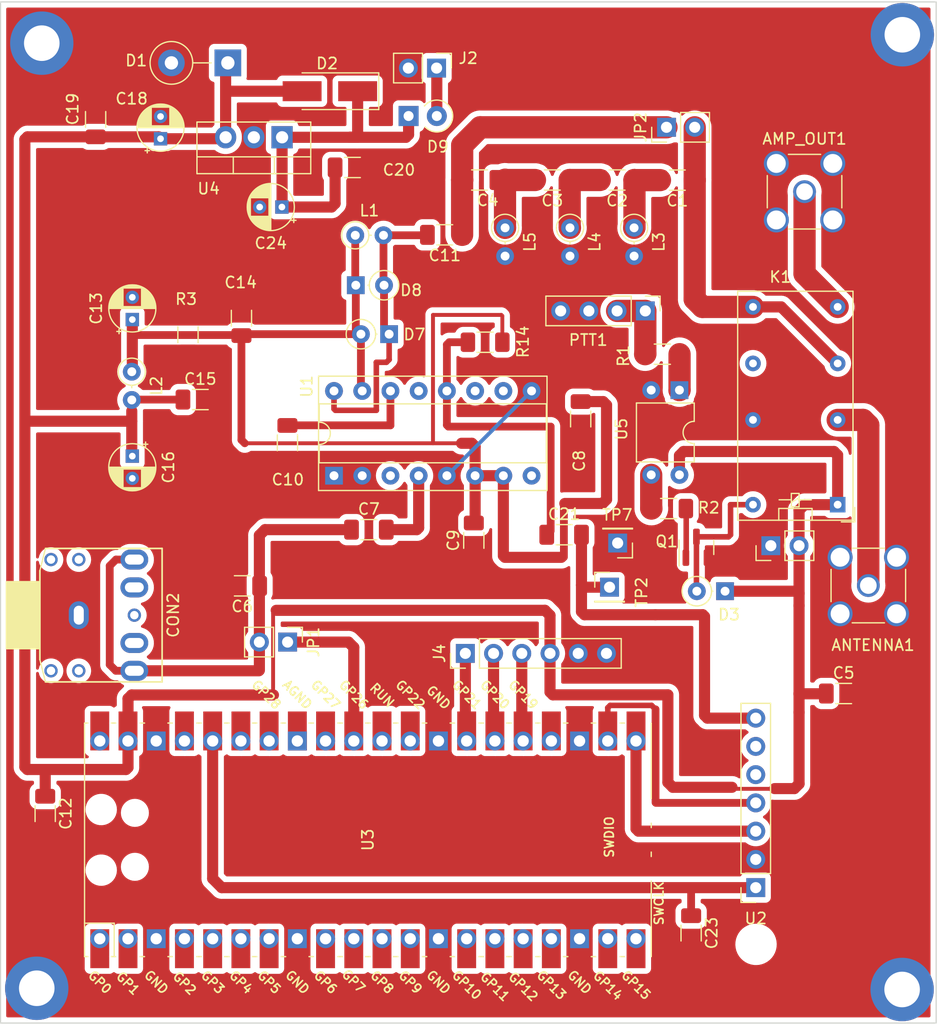
<source format=kicad_pcb>
(kicad_pcb (version 20211014) (generator pcbnew)
  (layers (0 "F.Cu" signal) (31 "B.Cu" signal) (34 "B.Paste" user) (35 "F.Paste" user) (36 "B.SilkS" user "B.Silkscreen") (37 "F.SilkS" user "F.Silkscreen") (38 "B.Mask" user) (39 "F.Mask" user) (44 "Edge.Cuts" user))
  (net 0 "")
  (net 1 "GNDPWR")
  (net 2 "RXB")
  (net 3 "RXA")
  (net 4 "Net-(C11-Pad2)")
  (net 5 "Net-(C11-Pad1)")
  (net 6 "+3V3")
  (net 7 "RX_OSC")
  (net 8 "Net-(C21-Pad1)")
  (net 9 "Net-(D9-Pad2)")
  (net 11 "SCL")
  (net 12 "SDA")
  (net 13 "Net-(C13-Pad1)")
  (net 14 "Net-(C10-Pad2)")
  (net 39 "Net-(J4-Pad1)")
  (net 40 "Net-(J4-Pad2)")
  (net 41 "Net-(J4-Pad3)")
  (net 50 "+5V")
  (net 51 "Net-(C20-Pad1)")
  (net 52 "Net-(JP1-Pad1)")
  (net 53 "Net-(C1-Pad2)")
  (net 54 "Net-(C2-Pad2)")
  (net 55 "Net-(C3-Pad2)")
  (net 57 "Net-(PTT1-Pad1)")
  (net 58 "Net-(R1-Pad2)")
  (net 59 "Net-(ANTENNA1-Pad1)")
  (net 60 "RX")
  (net 61 "TX")
  (net 62 "Net-(D3-Pad2)")
  (net 64 "Net-(R2-Pad1)")
  (net 65 "Net-(Q1-Pad1)")
  (footprint "MountingHole:MountingHole_3.2mm_M3_ISO7380_Pad" (layer "F.Cu") (at 173.928 129.024)
    (fp_text reference "H1" hide)
    (fp_text value "MountingHole_Pad" hide)
  )
  (footprint "MountingHole:MountingHole_3.2mm_M3_ISO7380_Pad" (layer "F.Cu") (at 173.948 43.184)
    (fp_text reference "H2" hide)
    (fp_text value "MountingHole_Pad" hide)
  )
  (footprint "MountingHole:MountingHole_3.2mm_M3_ISO7380_Pad" (layer "F.Cu") (at 96.048 128.914)
    (fp_text reference "H3" hide)
    (fp_text value "MountingHole_Pad" hide)
  )
  (footprint "MountingHole:MountingHole_3.2mm_M3_ISO7380_Pad" (layer "F.Cu") (at 96.5 43.94)
    (fp_text reference "H4" hide)
    (fp_text value "MountingHole_Pad" hide)
  )
  (footprint "Connector_PinHeader_2.54mm:PinHeader_1x02_P2.54mm_Vertical" (layer "F.Cu") (at 132.032 46.18 -90)
    (fp_text reference "J2")
    (fp_text value "12v (Max 19v)" hide)
  )
  (footprint "Package_DIP:DIP-16_W7.62mm_Socket" (layer "F.Cu") (at 122.8 82.83 90)
    (fp_text reference "U1")
    (fp_text value "CD2003GB_GP" hide)
  )
  (footprint "Connector_PinSocket_2.54mm:PinSocket_1x07_P2.54mm_Vertical" (layer "F.Cu") (at 160.757 119.868 180)
    (fp_text reference "U2")
    (fp_text value "SI535X_Module")
  )
  (footprint "Capacitor_SMD:C_1206_3216Metric_Pad1.33x1.80mm_HandSolder" (layer "F.Cu") (at 114.5455 92.734 180)
    (fp_text reference "C6")
    (fp_text value "100nF" hide)
  )
  (footprint "Capacitor_SMD:C_1206_3216Metric_Pad1.33x1.80mm_HandSolder" (layer "F.Cu") (at 154.94 123.952 -90)
    (fp_text reference "C23")
    (fp_text value "100nF" hide)
  )
  (footprint "Capacitor_THT:CP_Radial_D4.0mm_P2.00mm" (layer "F.Cu") (at 107.188 52.534599 90)
    (fp_text reference "C18")
    (fp_text value "10uF/16V" hide)
  )
  (footprint "Capacitor_SMD:C_1206_3216Metric_Pad1.33x1.80mm_HandSolder" (layer "F.Cu") (at 101.346 50.8 90)
    (fp_text reference "C19")
    (fp_text value "100nF" hide)
  )
  (footprint "Capacitor_SMD:C_1206_3216Metric_Pad1.33x1.80mm_HandSolder" (layer "F.Cu") (at 124.46 55.118)
    (fp_text reference "C20")
    (fp_text value "100nF" hide)
  )
  (footprint "Capacitor_THT:CP_Radial_D4.0mm_P2.00mm" (layer "F.Cu") (at 118.11 58.674 180)
    (fp_text reference "C24")
    (fp_text value "100uF/16V" hide)
  )
  (footprint "Capacitor_SMD:C_1206_3216Metric_Pad1.33x1.80mm_HandSolder" (layer "F.Cu") (at 132.768 61.174 180)
    (fp_text reference "C11")
    (fp_text value "680pF" hide)
  )
  (footprint "Capacitor_SMD:C_1206_3216Metric_Pad1.33x1.80mm_HandSolder" (layer "F.Cu") (at 118.608 79.874 90)
    (fp_text reference "C10")
    (fp_text value "100nF" hide)
  )
  (footprint "Capacitor_SMD:C_1206_3216Metric_Pad1.33x1.80mm_HandSolder" (layer "F.Cu") (at 145 77.73 90)
    (fp_text reference "C8")
    (fp_text value "100nF" hide)
  )
  (footprint "Capacitor_SMD:C_1206_3216Metric_Pad1.33x1.80mm_HandSolder" (layer "F.Cu") (at 143.51 88.138)
    (fp_text reference "C21")
    (fp_text value "100nF" hide)
  )
  (footprint "Capacitor_SMD:C_1206_3216Metric_Pad1.33x1.80mm_HandSolder" (layer "F.Cu") (at 135.382 88.646 90)
    (fp_text reference "C9")
    (fp_text value "100nF" hide)
  )
  (footprint "Capacitor_THT:CP_Radial_D4.0mm_P2.00mm" (layer "F.Cu") (at 104.648 68.790599 90)
    (fp_text reference "C13")
    (fp_text value "10uF/16V" hide)
  )
  (footprint "Capacitor_SMD:C_1206_3216Metric_Pad1.33x1.80mm_HandSolder" (layer "F.Cu") (at 114.47 68.67 90)
    (fp_text reference "C14")
    (fp_text value "100nF" hide)
  )
  (footprint "Capacitor_SMD:C_1206_3216Metric_Pad1.33x1.80mm_HandSolder" (layer "F.Cu") (at 110.768 75.984)
    (fp_text reference "C15")
    (fp_text value "100nF" hide)
  )
  (footprint "Capacitor_THT:CP_Radial_D4.0mm_P2.00mm" (layer "F.Cu") (at 104.648 81.069401 -90)
    (fp_text reference "C16")
    (fp_text value "100uF/16V")
  )
  (footprint "Diode_THT:D_DO-35_SOD27_P2.54mm_Vertical_KathodeUp" (layer "F.Cu") (at 127.762 70.104 180)
    (fp_text reference "D7")
    (fp_text value "1N4148" hide)
  )
  (footprint "Diode_THT:D_DO-35_SOD27_P2.54mm_Vertical_KathodeUp" (layer "F.Cu") (at 124.762 65.704)
    (fp_text reference "D8")
    (fp_text value "1N4148" hide)
  )
  (footprint "Diode_THT:D_A-405_P2.54mm_Vertical_KathodeUp" (layer "F.Cu") (at 129.512 50.49)
    (fp_text reference "D9")
    (fp_text value "1N5817" hide)
  )
  (footprint "Inductor_THT:L_Axial_L5.3mm_D2.2mm_P2.54mm_Vertical_Vishay_IM-1" (layer "F.Cu") (at 104.6 73.48 -90)
    (fp_text reference "L2")
    (fp_text value "100uH")
  )
  (footprint "Inductor_THT:L_Axial_L5.3mm_D2.2mm_P2.54mm_Vertical_Vishay_IM-1" (layer "F.Cu") (at 124.714 61.214)
    (fp_text reference "L1")
    (fp_text value "1uH")
  )
  (footprint "Resistor_SMD:R_1206_3216Metric_Pad1.30x1.75mm_HandSolder" (layer "F.Cu") (at 136.4 70.83)
    (fp_text reference "R14")
    (fp_text value "100" hide)
  )
  (footprint "Connector_PinHeader_2.54mm:PinHeader_1x01_P2.54mm_Vertical" (layer "F.Cu") (at 147.598 92.854)
    (fp_text reference "TP2")
    (fp_text value "CLK1" hide)
  )
  (footprint "Connector_PinHeader_2.54mm:PinHeader_1x01_P2.54mm_Vertical" (layer "F.Cu") (at 148.328 88.884 180)
    (fp_text reference "TP7")
    (fp_text value "GND" hide)
  )
  (footprint "Relay_THT:Relay_DPDT_Omron_G5V-2" (layer "F.Cu") (at 168.128 85.434 180)
    (fp_text reference "K1")
    (fp_text value "Omron G5V-2 / OEN 46-05-2C" hide)
  )
  (footprint "Package_DIP:DIP-4_W7.62mm" (layer "F.Cu") (at 153.888 75.134 -90)
    (fp_text reference "U5")
    (fp_text value "EL817 (OC)" hide)
  )
  (footprint "Capacitor_SMD:C_1206_3216Metric_Pad1.33x1.80mm_HandSolder" (layer "F.Cu") (at 96.808 113.214 -90)
    (fp_text reference "C12")
    (fp_text value "100nF" hide)
  )
  (footprint "Capacitor_SMD:C_1206_3216Metric_Pad1.33x1.80mm_HandSolder" (layer "F.Cu") (at 153.698 56.254 180)
    (fp_text reference "C1")
    (fp_text value "2.2nF" hide)
  )
  (footprint "Connector_Coaxial:SMA_Amphenol_901-144_Vertical" (layer "F.Cu") (at 170.888 92.704)
    (fp_text reference "ANTENNA1")
    (fp_text value "SMA" hide)
  )
  (footprint "Resistor_SMD:R_1206_3216Metric_Pad1.30x1.75mm_HandSolder" (layer "F.Cu") (at 152.918 85.784)
    (fp_text reference "R2")
    (fp_text value "120" hide)
  )
  (footprint "Connector_PinHeader_2.54mm:PinHeader_1x04_P2.54mm_Vertical" (layer "F.Cu") (at 150.818 68.014 -90)
    (fp_text reference "PTT1")
    (fp_text value "GPIO (3.3v)" hide)
  )
  (footprint "MountingHole:MountingHole_2.7mm_M2.5" (layer "F.Cu") (at 160.782 124.968 90)
    (fp_text reference "S1" hide)
    (fp_text value "MountingHole" hide)
  )
  (footprint "Resistor_SMD:R_1206_3216Metric_Pad1.30x1.75mm_HandSolder" (layer "F.Cu") (at 152.348 71.904)
    (fp_text reference "R1")
    (fp_text value "470" hide)
  )
  (footprint "Diode_THT:D_DO-35_SOD27_P2.54mm_Vertical_KathodeUp" (layer "F.Cu") (at 157.993686 93.214 180)
    (fp_text reference "D3")
    (fp_text value "1N4148" hide)
  )
  (footprint "Connector_PinHeader_2.54mm:PinHeader_1x02_P2.54mm_Vertical" (layer "F.Cu") (at 118.623 97.79 -90)
    (fp_text reference "JP1")
    (fp_text value "Jumper_2_Open" hide)
  )
  (footprint "Connector_Coaxial:SMA_Amphenol_901-144_Vertical" (layer "F.Cu") (at 165.148 57.294)
    (fp_text reference "AMP_OUT1")
    (fp_text value "SMA" hide)
  )
  (footprint "Capacitor_SMD:C_1206_3216Metric_Pad1.33x1.80mm_HandSolder" (layer "F.Cu") (at 168.668 102.414)
    (fp_text reference "C5")
    (fp_text value "100nF" hide)
  )
  (footprint "Inductor_THT:L_Axial_L5.3mm_D2.2mm_P2.54mm_Vertical_Vishay_IM-1" (layer "F.Cu") (at 138.198 60.544 -90)
    (fp_text reference "L5")
    (fp_text value "2.2uH" hide)
  )
  (footprint "Inductor_THT:L_Axial_L5.3mm_D2.2mm_P2.54mm_Vertical_Vishay_IM-1" (layer "F.Cu") (at 149.808 60.544 -90)
    (fp_text reference "L3")
    (fp_text value "2.2uH" hide)
  )
  (footprint "Connector_PinHeader_2.54mm:PinHeader_1x02_P2.54mm_Vertical" (layer "F.Cu") (at 152.723 51.504 90)
    (fp_text reference "JP2")
    (fp_text value "Filter-Skip")
  )
  (footprint "Diode_SMD:D_SMA_Handsoldering" (layer "F.Cu") (at 122.428 48.26 180)
    (fp_text reference "D2")
    (fp_text value "1N4001" hide)
  )
  (footprint "Inductor_THT:L_Axial_L5.3mm_D2.2mm_P2.54mm_Vertical_Vishay_IM-1" (layer "F.Cu") (at 144.038 60.544 -90)
    (fp_text reference "L4")
    (fp_text value "2.2uH" hide)
  )
  (footprint "Package_TO_SOT_THT:TO-220-3_Vertical" (layer "F.Cu") (at 118.126 52.402 180)
    (fp_text reference "U4")
    (fp_text value "CDIL_7805_TO220" hide)
  )
  (footprint "Connector_PinHeader_2.54mm:PinHeader_1x06_P2.54mm_Vertical" (layer "F.Cu") (at 134.62 98.806 90)
    (fp_text reference "J4")
    (fp_text value "IO")
  )
  (footprint "Capacitor_SMD:C_1206_3216Metric_Pad1.33x1.80mm_HandSolder" (layer "F.Cu") (at 142.448 56.244 180)
    (fp_text reference "C3")
    (fp_text value "820" hide)
  )
  (footprint "Capacitor_SMD:C_1206_3216Metric_Pad1.33x1.80mm_HandSolder" (layer "F.Cu") (at 125.9375 87.68)
    (fp_text reference "C7")
    (fp_text value "470nF" hide)
  )
  (footprint "Connector_PinHeader_2.54mm:PinHeader_1x02_P2.54mm_Vertical" (layer "F.Cu") (at 162.113 89.124 90)
    (fp_text reference "RELAY_POWER1" hide)
    (fp_text value "RelayPower1" hide)
  )
  (footprint "Diode_THT:D_DO-15_P5.08mm_Vertical_KathodeUp" (layer "F.Cu") (at 113.246 45.712 180)
    (fp_text reference "D1")
    (fp_text value "5.6V 5W" hide)
  )
  (footprint "Package_TO_SOT_SMD:SOT-23" (layer "F.Cu") (at 155.418 89.264 90)
    (fp_text reference "Q1")
    (fp_text value "MMBT3904" hide)
  )
  (footprint "Capacitor_SMD:C_1206_3216Metric_Pad1.33x1.80mm_HandSolder" (layer "F.Cu") (at 135.898 56.244 180)
    (fp_text reference "C4")
    (fp_text value "2.2nF" hide)
  )
  (footprint "MountingHole:MountingHole_2.7mm_M2.5" (layer "F.Cu") (at 160.772 99.628 90)
    (fp_text reference "S2" hide)
    (fp_text value "MountingHole" hide)
  )
  (footprint "Capacitor_SMD:C_1206_3216Metric_Pad1.33x1.80mm_HandSolder" (layer "F.Cu") (at 148.278 56.244 180)
    (fp_text reference "C2")
    (fp_text value "820" hide)
  )
  (footprint "footprints:RPi_Pico_SMD_TH" (layer "F.Cu") (at 125.85 115.57 90)
    (fp_text reference "U3")
    (fp_text value "Pico")
  )
  (footprint "footprints:PJ-307" (layer "F.Cu") (at 102.83 95.37)
    (fp_text reference "CON2")
    (fp_text value "MIC")
  )
  (footprint "Resistor_SMD:R_1206_3216Metric_Pad1.30x1.75mm_HandSolder" (layer "F.Cu") (at 109.658 70.154 90)
    (fp_text reference "R3")
    (fp_text value "0" hide)
  )
  (gr_rect (start 92.79 40.23) (end 176.99 132.04) (layer "Edge.Cuts") (width 0.1) (fill none))
  (segment (start 112.6615 76.02) (end 112.7375 76.096) (width 0.25) (layer "F.Cu") (net 1))
  (segment (start 140.58 75.21) (end 132.96 82.83) (width 0.35) (layer "B.Cu") (net 1))
  (segment (start 116.083 97.79) (end 116.083 100.325) (width 1) (layer "F.Cu") (net 2))
  (segment (start 116.083 97.79) (end 116.083 88.189) (width 1) (layer "F.Cu") (net 2))
  (segment (start 102.616 90.932) (end 103.178 90.37) (width 0.7) (layer "F.Cu") (net 2))
  (segment (start 102.616 99.822) (end 102.616 90.932) (width 0.7) (layer "F.Cu") (net 2))
  (segment (start 116.083 88.189) (end 116.592 87.68) (width 1) (layer "F.Cu") (net 2))
  (segment (start 103.164 100.37) (end 102.616 99.822) (width 0.7) (layer "F.Cu") (net 2))
  (segment (start 105.1 99.71) (end 105.76 100.37) (width 0.25) (layer "F.Cu") (net 2))
  (segment (start 104.83 100.37) (end 103.164 100.37) (width 0.7) (layer "F.Cu") (net 2))
  (segment (start 116.083 100.325) (end 116.038 100.37) (width 0.25) (layer "F.Cu") (net 2))
  (segment (start 116.038 100.37) (end 104.83 100.37) (width 1) (layer "F.Cu") (net 2))
  (segment (start 103.178 90.37) (end 104.83 90.37) (width 0.7) (layer "F.Cu") (net 2))
  (segment (start 116.592 87.68) (end 124.375 87.68) (width 1) (layer "F.Cu") (net 2))
  (segment (start 130.252 87.68) (end 130.42 87.512) (width 1) (layer "F.Cu") (net 3))
  (segment (start 130.42 87.512) (end 130.42 82.83) (width 1) (layer "F.Cu") (net 3))
  (segment (start 127.5 87.68) (end 130.252 87.68) (width 1) (layer "F.Cu") (net 3))
  (segment (start 126.608 76.953) (end 122.927 76.953) (width 0.5) (layer "F.Cu") (net 4))
  (segment (start 126.608 76.953) (end 126.608 72.635) (width 0.5) (layer "F.Cu") (net 4))
  (segment (start 127.517 72.635) (end 127.762 72.39) (width 0.5) (layer "F.Cu") (net 4))
  (segment (start 131.1655 61.214) (end 131.2055 61.174) (width 0.7) (layer "F.Cu") (net 4))
  (segment (start 127.302 65.704) (end 127.302 69.644) (width 0.7) (layer "F.Cu") (net 4))
  (segment (start 127.254 65.656) (end 127.302 65.704) (width 0.7) (layer "F.Cu") (net 4))
  (segment (start 122.8 76.826) (end 122.8 75.21) (width 0.5) (layer "F.Cu") (net 4))
  (segment (start 127.254 61.214) (end 131.1655 61.214) (width 0.7) (layer "F.Cu") (net 4))
  (segment (start 122.936 76.962) (end 126.492 76.962) (width 0.25) (layer "F.Cu") (net 4))
  (segment (start 122.927 76.953) (end 122.8 76.826) (width 0.5) (layer "F.Cu") (net 4))
  (segment (start 127.302 69.644) (end 127.762 70.104) (width 0.7) (layer "F.Cu") (net 4))
  (segment (start 127.762 72.39) (end 127.762 70.104) (width 0.5) (layer "F.Cu") (net 4))
  (segment (start 127.254 61.214) (end 127.254 65.656) (width 0.7) (layer "F.Cu") (net 4))
  (segment (start 126.608 72.635) (end 127.517 72.635) (width 0.5) (layer "F.Cu") (net 4))
  (segment (start 134.3355 53.1265) (end 135.958 51.504) (width 2) (layer "F.Cu") (net 5))
  (segment (start 134.3305 61.174) (end 134.3305 56.249) (width 2) (layer "F.Cu") (net 5))
  (segment (start 135.958 51.504) (end 152.723 51.504) (width 2) (layer "F.Cu") (net 5))
  (segment (start 134.3355 56.244) (end 134.3355 53.1265) (width 2) (layer "F.Cu") (net 5))
  (segment (start 134.3305 56.249) (end 134.3355 56.244) (width 2) (layer "F.Cu") (net 5))
  (segment (start 155.852 119.784) (end 154.836 119.784) (width 0.5) (layer "F.Cu") (net 6))
  (segment (start 111.88 119.056) (end 112.692 119.868) (width 1) (layer "F.Cu") (net 6))
  (segment (start 111.88 106.68) (end 111.88 119.056) (width 1) (layer "F.Cu") (net 6))
  (segment (start 112.692 119.868) (end 160.757 119.868) (width 1) (layer "F.Cu") (net 6))
  (segment (start 154.94 119.888) (end 154.836 119.784) (width 0.25) (layer "F.Cu") (net 6))
  (segment (start 154.94 122.3895) (end 154.94 119.888) (width 0.7) (layer "F.Cu") (net 6))
  (segment (start 160.724 119.784) (end 155.852 119.784) (width 0.5) (layer "F.Cu") (net 6))
  (segment (start 145.258 92.854) (end 147.598 92.854) (width 1) (layer "F.Cu") (net 7))
  (segment (start 145.0725 95.0585) (end 145.0725 92.6685) (width 1) (layer "F.Cu") (net 7))
  (segment (start 151.72 95.33) (end 145.344 95.33) (width 1) (layer "F.Cu") (net 7))
  (segment (start 160.757 104.628) (end 156.402 104.628) (width 1) (layer "F.Cu") (net 7))
  (segment (start 156.148 104.374) (end 156.148 95.494) (width 1) (layer "F.Cu") (net 7))
  (segment (start 145.344 95.33) (end 145.0725 95.0585) (width 1) (layer "F.Cu") (net 7))
  (segment (start 145.0725 92.6685) (end 145.258 92.854) (width 1) (layer "F.Cu") (net 7))
  (segment (start 145.0725 92.6685) (end 145.0725 88.138) (width 1) (layer "F.Cu") (net 7))
  (segment (start 156.148 95.494) (end 155.984 95.33) (width 1) (layer "F.Cu") (net 7))
  (segment (start 156.402 104.628) (end 156.148 104.374) (width 1) (layer "F.Cu") (net 7))
  (segment (start 155.984 95.33) (end 151.72 95.33) (width 1) (layer "F.Cu") (net 7))
  (segment (start 142.298 78.414) (end 142.298 87.7875) (width 0.7) (layer "F.Cu") (net 8))
  (segment (start 132.96 75.21) (end 132.96 71.042) (width 0.7) (layer "F.Cu") (net 8))
  (segment (start 142.298 87.7875) (end 141.9475 88.138) (width 0.7) (layer "F.Cu") (net 8))
  (segment (start 133.098 78.414) (end 142.298 78.414) (width 0.7) (layer "F.Cu") (net 8))
  (segment (start 132.96 78.276) (end 133.098 78.414) (width 0.7) (layer "F.Cu") (net 8))
  (segment (start 132.96 71.042) (end 133.172 70.83) (width 0.7) (layer "F.Cu") (net 8))
  (segment (start 133.172 70.83) (end 134.85 70.83) (width 0.7) (layer "F.Cu") (net 8))
  (segment (start 132.96 75.21) (end 132.96 78.276) (width 0.7) (layer "F.Cu") (net 8))
  (segment (start 132.052 46.478) (end 132.052 50.49) (width 1) (layer "F.Cu") (net 9))
  (segment (start 132.042 46.18) (end 132.196 46.334) (width 1) (layer "F.Cu") (net 9))
  (segment (start 132.032 46.18) (end 132.042 46.18) (width 1) (layer "F.Cu") (net 9))
  (segment (start 132.196 46.334) (end 132.052 46.478) (width 1) (layer "F.Cu") (net 9))
  (segment (start 147.44 106.68) (end 147.44 103.692) (width 0.5) (layer "F.Cu") (net 11))
  (segment (start 151.738 103.834) (end 151.738 112.214) (width 0.7) (layer "F.Cu") (net 11))
  (segment (start 147.648 103.484) (end 151.388 103.484) (width 0.5) (layer "F.Cu") (net 11))
  (segment (start 151.772 112.248) (end 160.757 112.248) (width 0.7) (layer "F.Cu") (net 11))
  (segment (start 151.738 112.214) (end 151.772 112.248) (width 0.25) (layer "F.Cu") (net 11))
  (segment (start 147.44 103.692) (end 147.648 103.484) (width 0.5) (layer "F.Cu") (net 11))
  (segment (start 151.388 103.484) (end 151.738 103.834) (width 0.5) (layer "F.Cu") (net 11))
  (segment (start 149.98 114.566) (end 150.202 114.788) (width 1) (layer "F.Cu") (net 12))
  (segment (start 149.98 106.68) (end 149.98 114.566) (width 1) (layer "F.Cu") (net 12))
  (segment (start 150.202 114.788) (end 160.757 114.788) (width 1) (layer "F.Cu") (net 12))
  (segment (start 138.04 90.034) (end 138.04 82.83) (width 1) (layer "F.Cu") (net 13))
  (segment (start 104.648 68.790599) (end 104.648 70.184) (width 1) (layer "F.Cu") (net 13))
  (segment (start 135.5 86.4925) (end 134.9625 87.03) (width 0.25) (layer "F.Cu") (net 13))
  (segment (start 147.0215 76.1675) (end 147.328 76.474) (width 1) (layer "F.Cu") (net 13))
  (segment (start 135.5 86.9655) (end 135.382 87.0835) (width 1) (layer "F.Cu") (net 13))
  (segment (start 125.222 75.092) (end 125.34 75.21) (width 0.7) (layer "F.Cu") (net 13))
  (segment (start 135.5 80.206) (end 135.208 79.914) (width 1) (layer "F.Cu") (net 13))
  (segment (start 135.208 79.914) (end 134.278 79.914) (width 1) (layer "F.Cu") (net 13))
  (segment (start 147.328 84.964) (end 146.964 85.328) (width 1) (layer "F.Cu") (net 13))
  (segment (start 137.95 68.466) (end 137.95 70.83) (width 0.35) (layer "F.Cu") (net 13))
  (segment (start 137.858 68.374) (end 137.95 68.466) (width 0.35) (layer "F.Cu") (net 13))
  (segment (start 124.714 61.214) (end 124.714 65.656) (width 0.7) (layer "F.Cu") (net 13))
  (segment (start 125.222 70.104) (end 125.222 75.092) (width 0.7) (layer "F.Cu") (net 13))
  (segment (start 131.708 79.914) (end 134.278 79.914) (width 0.35) (layer "F.Cu") (net 13))
  (segment (start 131.708 79.914) (end 131.708 68.374) (width 0.35) (layer "F.Cu") (net 13))
  (segment (start 131.708 68.374) (end 137.858 68.374) (width 0.35) (layer "F.Cu") (net 13))
  (segment (start 145 76.1675) (end 147.0215 76.1675) (width 1) (layer "F.Cu") (net 13))
  (segment (start 138.04 82.83) (end 135.5 82.83) (width 1) (layer "F.Cu") (net 13))
  (segment (start 143.256 90.17) (end 138.176 90.17) (width 1) (layer "F.Cu") (net 13))
  (segment (start 104.648 73.432) (end 104.6 73.48) (width 0.25) (layer "F.Cu") (net 13))
  (segment (start 138.176 90.17) (end 138.04 90.034) (width 0.25) (layer "F.Cu") (net 13))
  (segment (start 135.5 82.83) (end 135.5 86.9655) (width 1) (layer "F.Cu") (net 13))
  (segment (start 114.5985 70.104) (end 114.47 70.2325) (width 0.7) (layer "F.Cu") (net 13))
  (segment (start 125.222 70.104) (end 114.5985 70.104) (width 0.7) (layer "F.Cu") (net 13))
  (segment (start 147.328 76.474) (end 147.328 84.964) (width 1) (layer "F.Cu") (net 13))
  (segment (start 135.5 82.83) (end 135.5 80.206) (width 1) (layer "F.Cu") (net 13))
  (segment (start 124.762 65.704) (end 124.762 69.644) (width 0.7) (layer "F.Cu") (net 13))
  (segment (start 143.488 90.154) (end 143.488 85.328) (width 0.7) (layer "F.Cu") (net 13))
  (segment (start 114.47 70.2325) (end 114.47 79.616) (width 0.7) (layer "F.Cu") (net 13))
  (segment (start 124.762 69.644) (end 125.222 70.104) (width 0.7) (layer "F.Cu") (net 13))
  (segment (start 104.648 70.184) (end 104.648 73.432) (width 1) (layer "F.Cu") (net 13))
  (segment (start 114.47 70.2325) (end 114.4215 70.184) (width 0.7) (layer "F.Cu") (net 13))
  (segment (start 114.4215 70.184) (end 104.648 70.184) (width 0.7) (layer "F.Cu") (net 13))
  (segment (start 124.714 65.656) (end 124.762 65.704) (width 0.7) (layer "F.Cu") (net 13))
  (segment (start 146.964 85.328) (end 143.57252 85.328) (width 1) (layer "F.Cu") (net 13))
  (segment (start 131.708 79.914) (end 114.768 79.914) (width 0.35) (layer "F.Cu") (net 13))
  (segment (start 114.47 79.616) (end 114.768 79.914) (width 0.7) (layer "F.Cu") (net 13))
  (segment (start 118.6175 78.302) (end 118.608 78.3115) (width 0.7) (layer "F.Cu") (net 14))
  (segment (start 127.88 75.21) (end 127.88 78.302) (width 0.7) (layer "F.Cu") (net 14))
  (segment (start 127.88 78.302) (end 118.6175 78.302) (width 0.7) (layer "F.Cu") (net 14))
  (segment (start 134.62 98.806) (end 134.62 106.56) (width 1) (layer "F.Cu") (net 39))
  (segment (start 134.62 106.56) (end 134.74 106.68) (width 0.25) (layer "F.Cu") (net 39))
  (segment (start 137.16 106.56) (end 137.28 106.68) (width 0.25) (layer "F.Cu") (net 40))
  (segment (start 137.16 98.806) (end 137.16 106.56) (width 1) (layer "F.Cu") (net 40))
  (segment (start 139.7 98.806) (end 139.7 106.56) (width 1) (layer "F.Cu") (net 41))
  (segment (start 139.7 106.56) (end 139.82 106.68) (width 0.25) (layer "F.Cu") (net 41))
  (segment (start 154.258 80.654) (end 153.888 81.024) (width 1) (layer "F.Cu") (net 50))
  (segment (start 168.128 85.434) (end 168.128 80.984) (width 1) (layer "F.Cu") (net 50))
  (segment (start 104.26 109.066) (end 104.26 106.68) (width 1) (layer "F.Cu") (net 50))
  (segment (start 164.228 110.964) (end 162.458 110.964) (width 1) (layer "F.Cu") (net 50))
  (segment (start 94.978 52.594) (end 94.978 109.024) (width 1) (layer "F.Cu") (net 50))
  (segment (start 96.808 109.484) (end 96.818 109.474) (width 1) (layer "F.Cu") (net 50))
  (segment (start 168.128 80.984) (end 167.798 80.654) (width 1) (layer "F.Cu") (net 50))
  (segment (start 162.108 110.984) (end 159.058 110.984) (width 0.35) (layer "F.Cu") (net 50))
  (segment (start 153.288 110.844) (end 158.618 110.844) (width 1) (layer "F.Cu") (net 50))
  (segment (start 164.653 85.929) (end 164.653 89.124) (width 1) (layer "F.Cu") (net 50))
  (segment (start 104.648 77.058) (end 104.6 77.01) (width 0.25) (layer "F.Cu") (net 50))
  (segment (start 164.653 89.124) (end 164.653 93.409) (width 1) (layer "F.Cu") (net 50))
  (segment (start 164.653 102.439) (end 167.0805 102.439) (width 1) (layer "F.Cu") (net 50))
  (segment (start 95.552 77.93) (end 104.6 77.93) (width 1) (layer "F.Cu") (net 50))
  (segment (start 165.148 85.434) (end 168.128 85.434) (width 1) (layer "F.Cu") (net 50))
  (segment (start 142.24 95.386) (end 141.788 94.934) (width 1) (layer "F.Cu") (net 50))
  (segment (start 94.978 109.024) (end 95.198 109.244) (width 1) (layer "F.Cu") (net 50))
  (segment (start 95.758 109.474) (end 95.504 109.22) (width 0.25) (layer "F.Cu") (net 50))
  (segment (start 113.046 46.036) (end 113.046 48.112) (width 1) (layer "F.Cu") (net 50))
  (segment (start 164.653 102.439) (end 164.653 104.109) (width 1) (layer "F.Cu") (net 50))
  (segment (start 153.888 81.024) (end 153.888 82.754) (width 1) (layer "F.Cu") (net 50))
  (segment (start 164.653 94.509) (end 164.653 102.439) (width 1) (layer "F.Cu") (net 50))
  (segment (start 164.458 93.214) (end 164.653 93.409) (width 0.5) (layer "F.Cu") (net 50))
  (segment (start 164.653 85.929) (end 165.148 85.434) (width 1) (layer "F.Cu") (net 50))
  (segment (start 164.653 104.109) (end 164.653 110.539) (width 1) (layer "F.Cu") (net 50))
  (segment (start 157.993686 93.214) (end 164.458 93.214) (width 1) (layer "F.Cu") (net 50))
  (segment (start 164.653 110.539) (end 164.228 110.964) (width 1) (layer "F.Cu") (net 50))
  (segment (start 119.928 48.26) (end 113.194 48.26) (width 1) (layer "F.Cu") (net 50))
  (segment (start 104.6 76.02) (end 104.6 77.01) (width 0.25) (layer "F.Cu") (net 50))
  (segment (start 113.046 48.112) (end 113.046 52.402) (width 1) (layer "F.Cu") (net 50))
  (segment (start 96.818 109.474) (end 95.758 109.474) (width 0.25) (layer "F.Cu") (net 50))
  (segment (start 95.198 109.244) (end 104.082 109.244) (width 1) (layer "F.Cu") (net 50))
  (segment (start 104.6 77.93) (end 104.6 80.978) (width 1) (layer "F.Cu") (net 50))
  (segment (start 142.498 102.534) (end 152.848 102.534) (width 1) (layer "F.Cu") (net 50))
  (segment (start 113.37 45.712) (end 113.046 46.036) (width 1) (layer "F.Cu") (net 50))
  (segment (start 142.24 98.806) (end 142.24 95.386) (width 1) (layer "F.Cu") (net 50))
  (segment (start 164.653 93.409) (end 164.653 94.509) (width 1) (layer "F.Cu") (net 50))
  (segment (start 104.636 75.984) (end 104.6 76.02) (width 0.7) (layer "F.Cu") (net 50))
  (segment (start 142.24 98.806) (end 142.24 102.276) (width 1) (layer "F.Cu") (net 50))
  (segment (start 117.598 94.934) (end 117.318 95.214) (width 0.35) (layer "F.Cu") (net 50))
  (segment (start 104.26 102.872) (end 104.588 102.544) (width 1) (layer "F.Cu") (net 50))
  (segment (start 96.808 111.6515) (end 96.808 109.484) (width 1) (layer "F.Cu") (net 50))
  (segment (start 104.648 81.069401) (end 104.648 77.058) (width 0.25) (layer "F.Cu") (net 50))
  (segment (start 104.26 109.354) (end 104.14 109.474) (width 0.25) (layer "F.Cu") (net 50))
  (segment (start 141.788 94.934) (end 117.598 94.934) (width 1) (layer "F.Cu") (net 50))
  (segment (start 152.848 110.404) (end 153.288 110.844) (width 1) (layer "F.Cu") (net 50))
  (segment (start 104.14 109.474) (end 96.818 109.474) (width 0.25) (layer "F.Cu") (net 50))
  (segment (start 113.194 48.26) (end 113.046 48.112) (width 1) (layer "F.Cu") (net 50))
  (segment (start 95.2095 52.3625) (end 94.978 52.594) (width 1) (layer "F.Cu") (net 50))
  (segment (start 104.588 102.544) (end 117.348 102.544) (width 1) (layer "F.Cu") (net 50))
  (segment (start 107.188 52.534599) (end 112.913401 52.534599) (width 1) (layer "F.Cu") (net 50))
  (segment (start 104.26 106.68) (end 104.26 102.872) (width 1) (layer "F.Cu") (net 50))
  (segment (start 101.346 52.3625) (end 95.2095 52.3625) (width 1) (layer "F.Cu") (net 50))
  (segment (start 117.318 95.214) (end 117.318 102.531) (width 0.35) (layer "F.Cu") (net 50))
  (segment (start 142.24 102.276) (end 142.498 102.534) (width 1) (layer "F.Cu") (net 50))
  (segment (start 109.2055 75.984) (end 104.636 75.984) (width 0.7) (layer "F.Cu") (net 50))
  (segment (start 113.246 45.712) (end 113.37 45.712) (width 1) (layer "F.Cu") (net 50))
  (segment (start 101.346 52.3625) (end 107.015901 52.3625) (width 1) (layer "F.Cu") (net 50))
  (segment (start 104.6 77.01) (end 104.6 77.93) (width 1) (layer "F.Cu") (net 50))
  (segment (start 167.798 80.654) (end 154.258 80.654) (width 1) (layer "F.Cu") (net 50))
  (segment (start 104.082 109.244) (end 104.26 109.066) (width 1) (layer "F.Cu") (net 50))
  (segment (start 152.848 102.534) (end 152.848 110.404) (width 1) (layer "F.Cu") (net 50))
  (segment (start 107.015901 52.3625) (end 107.188 52.534599) (width 1) (layer "F.Cu") (net 50))
  (segment (start 104.26 109.066) (end 104.26 109.354) (width 0.25) (layer "F.Cu") (net 50))
  (segment (start 167.0805 102.439) (end 167.1055 102.414) (width 1) (layer "F.Cu") (net 50))
  (segment (start 118.126 58.658) (end 118.11 58.674) (width 1) (layer "F.Cu") (net 51))
  (segment (start 129.278 52.402) (end 124.24 52.402) (width 1) (layer "F.Cu") (net 51))
  (segment (start 124.89 52.402) (end 124.928 52.364) (width 1) (layer "F.Cu") (net 51))
  (segment (start 124.24 52.402) (end 124.89 52.402) (width 1) (layer "F.Cu") (net 51))
  (segment (start 118.126 52.402) (end 118.126 58.658) (width 1) (layer "F.Cu") (net 51))
  (segment (start 129.41 52.402) (end 129.512 52.3) (width 0.25) (layer "F.Cu") (net 51))
  (segment (start 122.8975 58.3545) (end 122.578 58.674) (width 1) (layer "F.Cu") (net 51))
  (segment (start 124.928 48.26) (end 124.928 52.364) (width 1) (layer "F.Cu") (net 51))
  (segment (start 129.512 52.168) (end 129.278 52.402) (width 1) (layer "F.Cu") (net 51))
  (segment (start 118.11 58.674) (end 122.578 58.674) (width 1) (layer "F.Cu") (net 51))
  (segment (start 129.512 50.49) (end 129.512 52.168) (width 1) (layer "F.Cu") (net 51))
  (segment (start 122.8975 55.118) (end 122.8975 58.3545) (width 1) (layer "F.Cu") (net 51))
  (segment (start 118.126 52.402) (end 124.24 52.402) (width 1) (layer "F.Cu") (net 51))
  (segment (start 124.58 98.266) (end 124.58 106.68) (width 1) (layer "F.Cu") (net 52))
  (segment (start 118.623 97.79) (end 124.104 97.79) (width 1) (layer "F.Cu") (net 52))
  (segment (start 124.58 98.266) (end 124.104 97.79) (width 1) (layer "F.Cu") (net 52))
  (segment (start 152.1355 56.254) (end 149.8505 56.254) (width 2) (layer "F.Cu") (net 53))
  (segment (start 149.8505 56.254) (end 149.8405 56.244) (width 2) (layer "F.Cu") (net 53))
  (segment (start 149.8405 60.5115) (end 149.808 60.544) (width 2) (layer "F.Cu") (net 53))
  (segment (start 149.8405 56.244) (end 149.8405 60.5115) (width 2) (layer "F.Cu") (net 53))
  (segment (start 146.7155 56.244) (end 144.0105 56.244) (width 2) (layer "F.Cu") (net 54))
  (segment (start 144.0105 56.244) (end 144.0105 60.5165) (width 2) (layer "F.Cu") (net 54))
  (segment (start 144.0105 60.5165) (end 144.038 60.544) (width 2) (layer "F.Cu") (net 54))
  (segment (start 138.1905 56.224) (end 138.1905 60.5365) (width 2) (layer "F.Cu") (net 55))
  (segment (start 138.1905 60.5365) (end 138.198 60.544) (width 2) (layer "F.Cu") (net 55))
  (segment (start 138.2105 56.244) (end 138.1905 56.224) (width 2) (layer "F.Cu") (net 55))
  (segment (start 140.8855 56.244) (end 138.2105 56.244) (width 2) (layer "F.Cu") (net 55))
  (segment (start 150.818 68.014) (end 148.278 68.014) (width 2) (layer "F.Cu") (net 57))
  (segment (start 150.818 71.884) (end 150.798 71.904) (width 2) (layer "F.Cu") (net 57))
  (segment (start 150.818 68.014) (end 150.818 71.884) (width 2) (layer "F.Cu") (net 57))
  (segment (start 153.898 71.904) (end 153.898 75.124) (width 2) (layer "F.Cu") (net 58))
  (segment (start 153.898 75.124) (end 153.888 75.134) (width 2) (layer "F.Cu") (net 58))
  (segment (start 170.408 77.814) (end 168.128 77.814) (width 2) (layer "F.Cu") (net 59))
  (segment (start 170.888 78.294) (end 170.408 77.814) (width 2) (layer "F.Cu") (net 59))
  (segment (start 170.888 92.704) (end 170.888 78.294) (width 2) (layer "F.Cu") (net 59))
  (segment (start 155.263 56.2515) (end 155.2605 56.254) (width 2) (layer "F.Cu") (net 60))
  (segment (start 155.2605 66.9565) (end 155.958 67.654) (width 2) (layer "F.Cu") (net 60))
  (segment (start 163.048 67.654) (end 168.128 72.734) (width 1) (layer "F.Cu") (net 60))
  (segment (start 155.958 67.654) (end 160.508 67.654) (width 2) (layer "F.Cu") (net 60))
  (segment (start 155.2605 56.254) (end 155.2605 66.9565) (width 2) (layer "F.Cu") (net 60))
  (segment (start 160.508 67.654) (end 163.048 67.654) (width 1) (layer "F.Cu") (net 60))
  (segment (start 155.263 51.504) (end 155.263 56.2515) (width 2) (layer "F.Cu") (net 60))
  (segment (start 165.148 64.674) (end 168.128 67.654) (width 2) (layer "F.Cu") (net 61))
  (segment (start 165.148 57.294) (end 165.148 64.674) (width 2) (layer "F.Cu") (net 61))
  (segment (start 158.488 85.434) (end 160.508 85.434) (width 0.5) (layer "F.Cu") (net 62))
  (segment (start 158.488 88.144) (end 158.488 85.434) (width 0.5) (layer "F.Cu") (net 62))
  (segment (start 155.418 93.178314) (end 155.453686 93.214) (width 0.5) (layer "F.Cu") (net 62))
  (segment (start 155.418 88.3265) (end 155.418 93.178314) (width 0.5) (layer "F.Cu") (net 62))
  (segment (start 155.418 88.3265) (end 158.3055 88.3265) (width 0.5) (layer "F.Cu") (net 62))
  (segment (start 158.3055 88.3265) (end 158.488 88.144) (width 0.5) (layer "F.Cu") (net 62))
  (segment (start 151.348 82.754) (end 151.348 85.764) (width 2) (layer "F.Cu") (net 64))
  (segment (start 151.348 85.764) (end 151.368 85.784) (width 2) (layer "F.Cu") (net 64))
  (segment (start 154.468 85.784) (end 154.468 86.184) (width 0.5) (layer "F.Cu") (net 65))
  (segment (start 154.498 86.214) (end 154.498 90.1715) (width 0.5) (layer "F.Cu") (net 65))
  (segment (start 154.498 90.1715) (end 154.468 90.2015) (width 0.5) (layer "F.Cu") (net 65))
  (segment (start 154.468 86.184) (end 154.498 86.214) (width 0.5) (layer "F.Cu") (net 65))
  (zone (net 1) (net_name "GNDPWR") (layer "F.Cu") (connect_pads yes (clearance 0.508)) (min_thickness 0.254) (fill yes (thermal_gap 0.508) (thermal_bridge_width 0.508))
    (polygon (pts (xy 177.074971 132.05502) (xy 92.790979 132.039115) (xy 92.79 40.23) (xy 176.973992 40.245905)))
  )
)
</source>
